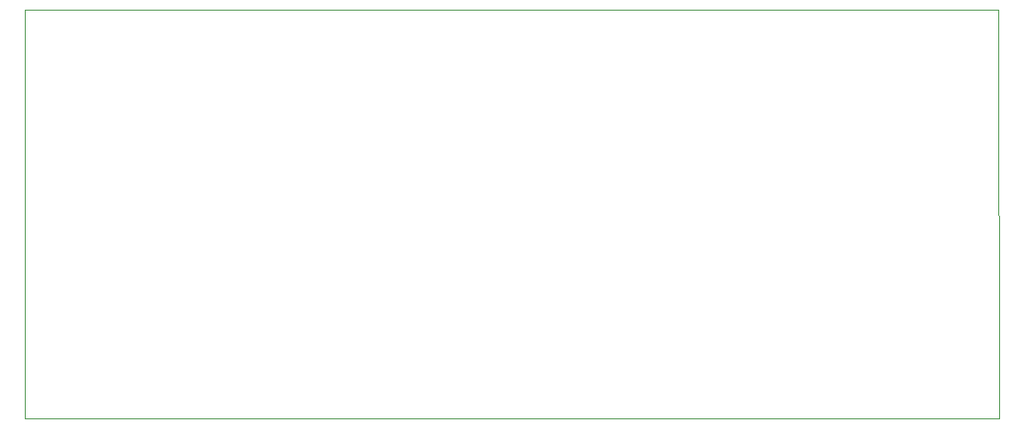
<source format=gm1>
G04 #@! TF.GenerationSoftware,KiCad,Pcbnew,(5.1.4-0)*
G04 #@! TF.CreationDate,2019-11-11T14:35:41+00:00*
G04 #@! TF.ProjectId,2M_DRA818V_Transceiver_tft_encoder,324d5f44-5241-4383-9138-565f5472616e,rev?*
G04 #@! TF.SameCoordinates,Original*
G04 #@! TF.FileFunction,Profile,NP*
%FSLAX46Y46*%
G04 Gerber Fmt 4.6, Leading zero omitted, Abs format (unit mm)*
G04 Created by KiCad (PCBNEW (5.1.4-0)) date 2019-11-11 14:35:41*
%MOMM*%
%LPD*%
G04 APERTURE LIST*
%ADD10C,0.050000*%
G04 APERTURE END LIST*
D10*
X47967900Y-151117300D02*
X48018700Y-112026700D01*
X141071600Y-151117300D02*
X47967900Y-151117300D01*
X140957300Y-112026700D02*
X141071600Y-151117300D01*
X48018700Y-112026700D02*
X140957300Y-112026700D01*
M02*

</source>
